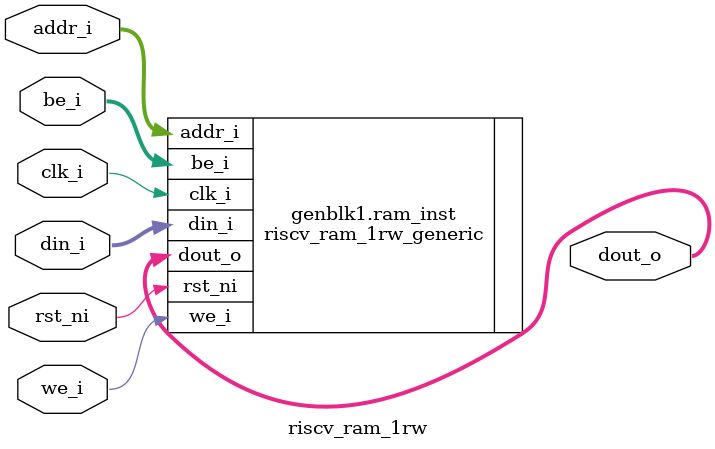
<source format=sv>

/* Copyright (c) 2017-2018 by the author(s)
 *
 * Permission is hereby granted, free of charge, to any person obtaining a copy
 * of this software and associated documentation files (the "Software"), to deal
 * in the Software without restriction, including without limitation the rights
 * to use, copy, modify, merge, publish, distribute, sublicense, and/or sell
 * copies of the Software, and to permit persons to whom the Software is
 * furnished to do so, subject to the following conditions:
 *
 * The above copyright notice and this permission notice shall be included in
 * all copies or substantial portions of the Software.
 *
 * THE SOFTWARE IS PROVIDED "AS IS", WITHOUT WARRANTY OF ANY KIND, EXPRESS OR
 * IMPLIED, INCLUDING BUT NOT LIMITED TO THE WARRANTIES OF MERCHANTABILITY,
 * FITNESS FOR A PARTICULAR PURPOSE AND NONINFRINGEMENT. IN NO EVENT SHALL THE
 * AUTHORS OR COPYRIGHT HOLDERS BE LIABLE FOR ANY CLAIM, DAMAGES OR OTHER
 * LIABILITY, WHETHER IN AN ACTION OF CONTRACT, TORT OR OTHERWISE, ARISING FROM,
 * OUT OF OR IN CONNECTION WITH THE SOFTWARE OR THE USE OR OTHER DEALINGS IN
 * THE SOFTWARE.
 *
 * =============================================================================
 * Author(s):
 *   Francisco Javier Reina Campo <frareicam@gmail.com>
 */

module riscv_ram_1rw #(
  parameter ABITS      = 10,
  parameter DBITS      = 32,
  parameter TECHNOLOGY = "GENERIC"
)
  (
    input                    rst_ni,
    input                    clk_i,

    input  [ ABITS     -1:0] addr_i,
    input                    we_i,
    input  [(DBITS+7)/8-1:0] be_i,
    input  [ DBITS     -1:0] din_i,
    output [ DBITS     -1:0] dout_o
  );

  //////////////////////////////////////////////////////////////////
  //
  // Module Body
  //
  generate
    if (TECHNOLOGY == "N3X" || TECHNOLOGY == "n3x" ) begin
      //eASIC N3X
      riscv_ram_1rw_easic_n3x #(
        .ABITS ( ABITS ),
        .DBITS ( DBITS )
      )
      ram_inst (
        .rst_ni ( rst_ni ),
        .clk_i  ( clk_i  ),

        .addr_i ( addr_i ),
        .we_i   ( we_i   ),
        .be_i   ( be_i   ),
        .din_i  ( din_i  ),
        .dout_o ( dout_o )
      );
    end
    else begin // (TECHNOLOGY == "GENERIC")

      //GENERIC -- inferrable memory

      //initial $display ("INFO   : No memory technology specified. Using generic inferred memory (%m)");

      riscv_ram_1rw_generic #(
        .ABITS ( ABITS ),
        .DBITS ( DBITS )
      )
      ram_inst (
        .rst_ni ( rst_ni ),
        .clk_i  ( clk_i  ),

        .addr_i ( addr_i ),
        .we_i   ( we_i   ),
        .be_i   ( be_i   ),
        .din_i  ( din_i  ),
        .dout_o ( dout_o )
      );
    end
  endgenerate
endmodule

</source>
